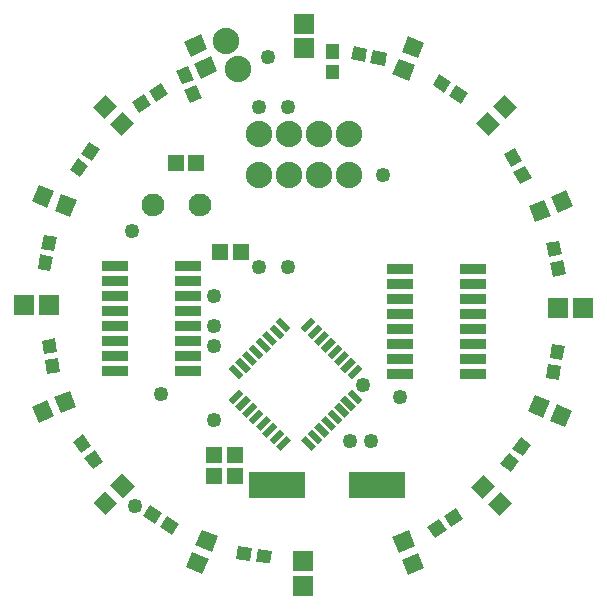
<source format=gts>
G04 MADE WITH FRITZING*
G04 WWW.FRITZING.ORG*
G04 DOUBLE SIDED*
G04 HOLES PLATED*
G04 CONTOUR ON CENTER OF CONTOUR VECTOR*
%ASAXBY*%
%FSLAX23Y23*%
%MOIN*%
%OFA0B0*%
%SFA1.0B1.0*%
%ADD10C,0.049370*%
%ADD11C,0.088000*%
%ADD12C,0.076000*%
%ADD13R,0.057244X0.053307*%
%ADD14R,0.187165X0.088740*%
%ADD15R,0.065118X0.069055*%
%ADD16R,0.069055X0.065118*%
%ADD17R,0.090000X0.036000*%
%ADD18C,0.010000*%
%LNMASK1*%
G90*
G70*
G54D10*
X729Y641D03*
X464Y355D03*
X906Y1851D03*
X975Y1684D03*
X877Y1684D03*
X975Y1152D03*
X877Y1152D03*
X454Y1271D03*
X552Y729D03*
X1349Y719D03*
X1251Y572D03*
X1182Y572D03*
X729Y1054D03*
X729Y956D03*
X1224Y759D03*
X729Y887D03*
X1290Y1458D03*
G54D11*
X877Y1595D03*
X977Y1595D03*
X1077Y1595D03*
X1177Y1595D03*
X877Y1459D03*
X977Y1459D03*
X1077Y1459D03*
X1177Y1459D03*
X808Y1812D03*
X767Y1903D03*
G54D12*
X523Y1359D03*
X680Y1359D03*
X523Y1359D03*
X680Y1359D03*
G54D13*
X749Y1202D03*
X816Y1202D03*
G54D14*
X936Y424D03*
X1271Y424D03*
G54D15*
X1956Y1016D03*
X1875Y1016D03*
G54D13*
X729Y523D03*
X796Y523D03*
X729Y454D03*
X796Y454D03*
G54D16*
X1025Y89D03*
X1025Y170D03*
G54D17*
X399Y1155D03*
X399Y1105D03*
X399Y1055D03*
X399Y1005D03*
X399Y955D03*
X399Y905D03*
X399Y855D03*
X399Y805D03*
X641Y805D03*
X641Y855D03*
X641Y905D03*
X641Y955D03*
X641Y1005D03*
X641Y1055D03*
X641Y1105D03*
X641Y1155D03*
X1591Y796D03*
X1591Y846D03*
X1591Y896D03*
X1591Y946D03*
X1591Y996D03*
X1591Y1046D03*
X1591Y1096D03*
X1591Y1146D03*
X1349Y1146D03*
X1349Y1096D03*
X1349Y1046D03*
X1349Y996D03*
X1349Y946D03*
X1349Y896D03*
X1349Y846D03*
X1349Y796D03*
G54D15*
X95Y1026D03*
X176Y1026D03*
G54D16*
X1028Y1962D03*
X1028Y1881D03*
G54D13*
X601Y1497D03*
X668Y1497D03*
G54D18*
G36*
X1848Y639D02*
X1871Y693D01*
X1922Y672D01*
X1899Y618D01*
X1848Y639D01*
G37*
D02*
G36*
X1774Y670D02*
X1796Y724D01*
X1847Y703D01*
X1825Y649D01*
X1774Y670D01*
G37*
D02*
G36*
X1640Y360D02*
X1681Y402D01*
X1720Y363D01*
X1679Y321D01*
X1640Y360D01*
G37*
D02*
G36*
X1583Y417D02*
X1624Y459D01*
X1663Y420D01*
X1622Y378D01*
X1583Y417D01*
G37*
D02*
G36*
X1353Y176D02*
X1408Y198D01*
X1429Y147D01*
X1374Y125D01*
X1353Y176D01*
G37*
D02*
G36*
X1322Y250D02*
X1377Y273D01*
X1398Y222D01*
X1343Y199D01*
X1322Y250D01*
G37*
D02*
G36*
X1519Y285D02*
X1495Y321D01*
X1534Y347D01*
X1558Y311D01*
X1519Y285D01*
G37*
D02*
G36*
X1464Y247D02*
X1439Y283D01*
X1478Y310D01*
X1503Y274D01*
X1464Y247D01*
G37*
D02*
G36*
X1756Y520D02*
X1721Y546D01*
X1750Y584D01*
X1784Y558D01*
X1756Y520D01*
G37*
D02*
G36*
X1716Y467D02*
X1681Y493D01*
X1710Y530D01*
X1744Y504D01*
X1716Y467D01*
G37*
D02*
G36*
X1888Y840D02*
X1846Y848D01*
X1854Y894D01*
X1896Y887D01*
X1888Y840D01*
G37*
D02*
G36*
X1877Y774D02*
X1834Y782D01*
X1842Y828D01*
X1885Y821D01*
X1877Y774D01*
G37*
D02*
G36*
X1887Y1193D02*
X1845Y1184D01*
X1835Y1230D01*
X1877Y1239D01*
X1887Y1193D01*
G37*
D02*
G36*
X1901Y1127D02*
X1859Y1118D01*
X1849Y1165D01*
X1891Y1174D01*
X1901Y1127D01*
G37*
D02*
G36*
X1754Y1506D02*
X1716Y1485D01*
X1693Y1527D01*
X1731Y1548D01*
X1754Y1506D01*
G37*
D02*
G36*
X1786Y1448D02*
X1748Y1427D01*
X1725Y1468D01*
X1763Y1489D01*
X1786Y1448D01*
G37*
D02*
G36*
X1519Y1768D02*
X1495Y1732D01*
X1456Y1757D01*
X1479Y1794D01*
X1519Y1768D01*
G37*
D02*
G36*
X1575Y1732D02*
X1551Y1695D01*
X1512Y1721D01*
X1535Y1757D01*
X1575Y1732D01*
G37*
D02*
G36*
X1873Y1332D02*
X1851Y1386D01*
X1902Y1407D01*
X1924Y1353D01*
X1873Y1332D01*
G37*
D02*
G36*
X1799Y1301D02*
X1776Y1355D01*
X1827Y1376D01*
X1850Y1322D01*
X1799Y1301D01*
G37*
D02*
G36*
X1699Y1645D02*
X1658Y1687D01*
X1697Y1726D01*
X1738Y1683D01*
X1699Y1645D01*
G37*
D02*
G36*
X1641Y1588D02*
X1600Y1630D01*
X1639Y1669D01*
X1681Y1627D01*
X1641Y1588D01*
G37*
D02*
G36*
X1408Y1847D02*
X1353Y1869D01*
X1374Y1920D01*
X1429Y1897D01*
X1408Y1847D01*
G37*
D02*
G36*
X1377Y1772D02*
X1322Y1795D01*
X1343Y1845D01*
X1398Y1823D01*
X1377Y1772D01*
G37*
D02*
G36*
X812Y745D02*
X828Y729D01*
X792Y694D01*
X777Y709D01*
X812Y745D01*
G37*
D02*
G36*
X834Y722D02*
X850Y707D01*
X815Y671D01*
X799Y687D01*
X834Y722D01*
G37*
D02*
G36*
X857Y700D02*
X872Y685D01*
X837Y649D01*
X821Y665D01*
X857Y700D01*
G37*
D02*
G36*
X879Y678D02*
X895Y662D01*
X859Y627D01*
X844Y642D01*
X879Y678D01*
G37*
D02*
G36*
X901Y656D02*
X917Y640D01*
X882Y605D01*
X866Y620D01*
X901Y656D01*
G37*
D02*
G36*
X924Y633D02*
X939Y618D01*
X904Y582D01*
X888Y598D01*
X924Y633D01*
G37*
D02*
G36*
X946Y611D02*
X961Y595D01*
X926Y560D01*
X910Y576D01*
X946Y611D01*
G37*
D02*
G36*
X968Y589D02*
X984Y573D01*
X948Y538D01*
X933Y553D01*
X968Y589D01*
G37*
D02*
G36*
X1031Y589D02*
X1067Y553D01*
X1051Y538D01*
X1016Y573D01*
X1031Y589D01*
G37*
D02*
G36*
X1054Y611D02*
X1089Y576D01*
X1073Y560D01*
X1038Y595D01*
X1054Y611D01*
G37*
D02*
G36*
X1076Y633D02*
X1111Y598D01*
X1096Y582D01*
X1060Y618D01*
X1076Y633D01*
G37*
D02*
G36*
X1098Y656D02*
X1134Y620D01*
X1118Y605D01*
X1083Y640D01*
X1098Y656D01*
G37*
D02*
G36*
X1121Y678D02*
X1156Y642D01*
X1140Y627D01*
X1105Y662D01*
X1121Y678D01*
G37*
D02*
G36*
X1143Y700D02*
X1178Y665D01*
X1163Y649D01*
X1127Y685D01*
X1143Y700D01*
G37*
D02*
G36*
X1165Y722D02*
X1200Y687D01*
X1185Y671D01*
X1149Y707D01*
X1165Y722D01*
G37*
D02*
G36*
X1187Y745D02*
X1223Y709D01*
X1207Y694D01*
X1172Y729D01*
X1187Y745D01*
G37*
D02*
G36*
X1207Y828D02*
X1223Y812D01*
X1187Y777D01*
X1172Y792D01*
X1207Y828D01*
G37*
D02*
G36*
X1185Y850D02*
X1200Y834D01*
X1165Y799D01*
X1149Y815D01*
X1185Y850D01*
G37*
D02*
G36*
X1163Y872D02*
X1178Y857D01*
X1143Y821D01*
X1127Y837D01*
X1163Y872D01*
G37*
D02*
G36*
X1140Y895D02*
X1156Y879D01*
X1121Y844D01*
X1105Y859D01*
X1140Y895D01*
G37*
D02*
G36*
X1118Y917D02*
X1134Y901D01*
X1098Y866D01*
X1083Y881D01*
X1118Y917D01*
G37*
D02*
G36*
X1096Y939D02*
X1111Y924D01*
X1076Y888D01*
X1060Y904D01*
X1096Y939D01*
G37*
D02*
G36*
X1073Y961D02*
X1089Y946D01*
X1054Y910D01*
X1038Y926D01*
X1073Y961D01*
G37*
D02*
G36*
X1051Y984D02*
X1067Y968D01*
X1031Y933D01*
X1016Y948D01*
X1051Y984D01*
G37*
D02*
G36*
X948Y984D02*
X984Y948D01*
X968Y933D01*
X933Y968D01*
X948Y984D01*
G37*
D02*
G36*
X926Y961D02*
X961Y926D01*
X946Y910D01*
X910Y946D01*
X926Y961D01*
G37*
D02*
G36*
X904Y939D02*
X939Y904D01*
X924Y888D01*
X888Y924D01*
X904Y939D01*
G37*
D02*
G36*
X882Y917D02*
X917Y881D01*
X901Y866D01*
X866Y901D01*
X882Y917D01*
G37*
D02*
G36*
X859Y895D02*
X895Y859D01*
X879Y844D01*
X844Y879D01*
X859Y895D01*
G37*
D02*
G36*
X837Y872D02*
X872Y837D01*
X857Y821D01*
X821Y857D01*
X837Y872D01*
G37*
D02*
G36*
X815Y850D02*
X850Y815D01*
X834Y799D01*
X799Y834D01*
X815Y850D01*
G37*
D02*
G36*
X792Y828D02*
X828Y792D01*
X812Y777D01*
X777Y812D01*
X792Y828D01*
G37*
D02*
G36*
X554Y331D02*
X531Y295D01*
X491Y320D01*
X515Y357D01*
X554Y331D01*
G37*
D02*
G36*
X610Y295D02*
X587Y258D01*
X547Y284D01*
X571Y320D01*
X610Y295D01*
G37*
D02*
G36*
X854Y215D02*
X848Y172D01*
X801Y178D01*
X807Y221D01*
X854Y215D01*
G37*
D02*
G36*
X920Y205D02*
X914Y163D01*
X867Y169D01*
X873Y212D01*
X920Y205D01*
G37*
D02*
G36*
X203Y867D02*
X161Y860D01*
X153Y906D01*
X196Y914D01*
X203Y867D01*
G37*
D02*
G36*
X214Y801D02*
X172Y794D01*
X164Y840D01*
X207Y848D01*
X214Y801D01*
G37*
D02*
G36*
X319Y556D02*
X284Y531D01*
X256Y569D01*
X291Y594D01*
X319Y556D01*
G37*
D02*
G36*
X358Y502D02*
X323Y477D01*
X295Y515D01*
X330Y540D01*
X358Y502D01*
G37*
D02*
G36*
X195Y1204D02*
X152Y1212D01*
X161Y1258D01*
X204Y1250D01*
X195Y1204D01*
G37*
D02*
G36*
X182Y1138D02*
X140Y1146D01*
X149Y1193D01*
X191Y1185D01*
X182Y1138D01*
G37*
D02*
G36*
X655Y201D02*
X710Y178D01*
X689Y127D01*
X634Y150D01*
X655Y201D01*
G37*
D02*
G36*
X686Y275D02*
X741Y253D01*
X720Y202D01*
X665Y224D01*
X686Y275D01*
G37*
D02*
G36*
X171Y708D02*
X194Y653D01*
X143Y632D01*
X120Y686D01*
X171Y708D01*
G37*
D02*
G36*
X246Y738D02*
X268Y684D01*
X217Y663D01*
X195Y717D01*
X246Y738D01*
G37*
D02*
G36*
X364Y405D02*
X405Y364D01*
X366Y325D01*
X325Y366D01*
X364Y405D01*
G37*
D02*
G36*
X421Y462D02*
X463Y421D01*
X424Y382D01*
X382Y423D01*
X421Y462D01*
G37*
D02*
G36*
X404Y1687D02*
X362Y1645D01*
X323Y1684D01*
X365Y1726D01*
X404Y1687D01*
G37*
D02*
G36*
X461Y1630D02*
X419Y1588D01*
X380Y1627D01*
X422Y1669D01*
X461Y1630D01*
G37*
D02*
G36*
X195Y1403D02*
X172Y1349D01*
X122Y1370D01*
X144Y1425D01*
X195Y1403D01*
G37*
D02*
G36*
X270Y1373D02*
X247Y1318D01*
X196Y1339D01*
X219Y1394D01*
X270Y1373D01*
G37*
D02*
G36*
X320Y1505D02*
X285Y1529D01*
X312Y1568D01*
X347Y1543D01*
X320Y1505D01*
G37*
D02*
G36*
X282Y1450D02*
X246Y1475D01*
X273Y1513D01*
X309Y1488D01*
X282Y1450D01*
G37*
D02*
G36*
X535Y1702D02*
X511Y1738D01*
X550Y1764D01*
X574Y1728D01*
X535Y1702D01*
G37*
D02*
G36*
X479Y1665D02*
X455Y1700D01*
X494Y1727D01*
X518Y1691D01*
X479Y1665D01*
G37*
D02*
G36*
X705Y1877D02*
X652Y1852D01*
X629Y1902D01*
X683Y1927D01*
X705Y1877D01*
G37*
D02*
G36*
X739Y1803D02*
X685Y1779D01*
X662Y1829D01*
X716Y1853D01*
X739Y1803D01*
G37*
D02*
G36*
X628Y1742D02*
X668Y1758D01*
X686Y1715D01*
X646Y1698D01*
X628Y1742D01*
G37*
D02*
G36*
X602Y1804D02*
X642Y1820D01*
X661Y1776D01*
X621Y1760D01*
X602Y1804D01*
G37*
D02*
G36*
X1101Y1826D02*
X1145Y1826D01*
X1145Y1778D01*
X1101Y1778D01*
X1101Y1826D01*
G37*
D02*
G36*
X1101Y1893D02*
X1145Y1893D01*
X1145Y1845D01*
X1101Y1845D01*
X1101Y1893D01*
G37*
D02*
G36*
X1239Y1877D02*
X1230Y1835D01*
X1184Y1845D01*
X1193Y1887D01*
X1239Y1877D01*
G37*
D02*
G36*
X1305Y1863D02*
X1296Y1821D01*
X1249Y1831D01*
X1258Y1873D01*
X1305Y1863D01*
G37*
D02*
G04 End of Mask1*
M02*
</source>
